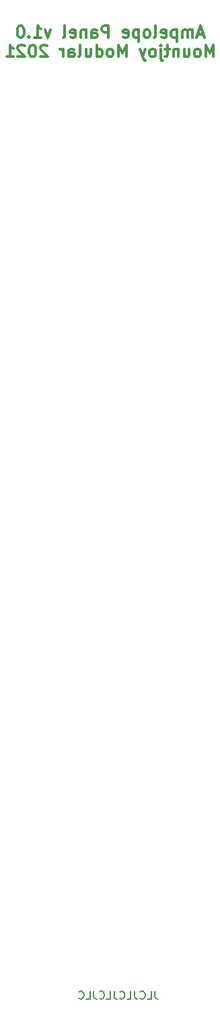
<source format=gbr>
%TF.GenerationSoftware,KiCad,Pcbnew,(5.99.0-12348-g4b436fb86d)*%
%TF.CreationDate,2021-09-22T22:38:01+01:00*%
%TF.ProjectId,Ampelope_Panel,416d7065-6c6f-4706-955f-50616e656c2e,rev?*%
%TF.SameCoordinates,Original*%
%TF.FileFunction,Legend,Bot*%
%TF.FilePolarity,Positive*%
%FSLAX46Y46*%
G04 Gerber Fmt 4.6, Leading zero omitted, Abs format (unit mm)*
G04 Created by KiCad (PCBNEW (5.99.0-12348-g4b436fb86d)) date 2021-09-22 22:38:01*
%MOMM*%
%LPD*%
G01*
G04 APERTURE LIST*
%ADD10C,0.300000*%
%ADD11C,0.150000*%
G04 APERTURE END LIST*
D10*
X141714285Y-45042500D02*
X141000000Y-45042500D01*
X141857142Y-45471071D02*
X141357142Y-43971071D01*
X140857142Y-45471071D01*
X140357142Y-45471071D02*
X140357142Y-44471071D01*
X140357142Y-44613928D02*
X140285714Y-44542500D01*
X140142857Y-44471071D01*
X139928571Y-44471071D01*
X139785714Y-44542500D01*
X139714285Y-44685357D01*
X139714285Y-45471071D01*
X139714285Y-44685357D02*
X139642857Y-44542500D01*
X139500000Y-44471071D01*
X139285714Y-44471071D01*
X139142857Y-44542500D01*
X139071428Y-44685357D01*
X139071428Y-45471071D01*
X138357142Y-44471071D02*
X138357142Y-45971071D01*
X138357142Y-44542500D02*
X138214285Y-44471071D01*
X137928571Y-44471071D01*
X137785714Y-44542500D01*
X137714285Y-44613928D01*
X137642857Y-44756785D01*
X137642857Y-45185357D01*
X137714285Y-45328214D01*
X137785714Y-45399642D01*
X137928571Y-45471071D01*
X138214285Y-45471071D01*
X138357142Y-45399642D01*
X136428571Y-45399642D02*
X136571428Y-45471071D01*
X136857142Y-45471071D01*
X137000000Y-45399642D01*
X137071428Y-45256785D01*
X137071428Y-44685357D01*
X137000000Y-44542500D01*
X136857142Y-44471071D01*
X136571428Y-44471071D01*
X136428571Y-44542500D01*
X136357142Y-44685357D01*
X136357142Y-44828214D01*
X137071428Y-44971071D01*
X135500000Y-45471071D02*
X135642857Y-45399642D01*
X135714285Y-45256785D01*
X135714285Y-43971071D01*
X134714285Y-45471071D02*
X134857142Y-45399642D01*
X134928571Y-45328214D01*
X135000000Y-45185357D01*
X135000000Y-44756785D01*
X134928571Y-44613928D01*
X134857142Y-44542500D01*
X134714285Y-44471071D01*
X134500000Y-44471071D01*
X134357142Y-44542500D01*
X134285714Y-44613928D01*
X134214285Y-44756785D01*
X134214285Y-45185357D01*
X134285714Y-45328214D01*
X134357142Y-45399642D01*
X134500000Y-45471071D01*
X134714285Y-45471071D01*
X133571428Y-44471071D02*
X133571428Y-45971071D01*
X133571428Y-44542500D02*
X133428571Y-44471071D01*
X133142857Y-44471071D01*
X133000000Y-44542500D01*
X132928571Y-44613928D01*
X132857142Y-44756785D01*
X132857142Y-45185357D01*
X132928571Y-45328214D01*
X133000000Y-45399642D01*
X133142857Y-45471071D01*
X133428571Y-45471071D01*
X133571428Y-45399642D01*
X131642857Y-45399642D02*
X131785714Y-45471071D01*
X132071428Y-45471071D01*
X132214285Y-45399642D01*
X132285714Y-45256785D01*
X132285714Y-44685357D01*
X132214285Y-44542500D01*
X132071428Y-44471071D01*
X131785714Y-44471071D01*
X131642857Y-44542500D01*
X131571428Y-44685357D01*
X131571428Y-44828214D01*
X132285714Y-44971071D01*
X129785714Y-45471071D02*
X129785714Y-43971071D01*
X129214285Y-43971071D01*
X129071428Y-44042500D01*
X129000000Y-44113928D01*
X128928571Y-44256785D01*
X128928571Y-44471071D01*
X129000000Y-44613928D01*
X129071428Y-44685357D01*
X129214285Y-44756785D01*
X129785714Y-44756785D01*
X127642857Y-45471071D02*
X127642857Y-44685357D01*
X127714285Y-44542500D01*
X127857142Y-44471071D01*
X128142857Y-44471071D01*
X128285714Y-44542500D01*
X127642857Y-45399642D02*
X127785714Y-45471071D01*
X128142857Y-45471071D01*
X128285714Y-45399642D01*
X128357142Y-45256785D01*
X128357142Y-45113928D01*
X128285714Y-44971071D01*
X128142857Y-44899642D01*
X127785714Y-44899642D01*
X127642857Y-44828214D01*
X126928571Y-44471071D02*
X126928571Y-45471071D01*
X126928571Y-44613928D02*
X126857142Y-44542500D01*
X126714285Y-44471071D01*
X126500000Y-44471071D01*
X126357142Y-44542500D01*
X126285714Y-44685357D01*
X126285714Y-45471071D01*
X125000000Y-45399642D02*
X125142857Y-45471071D01*
X125428571Y-45471071D01*
X125571428Y-45399642D01*
X125642857Y-45256785D01*
X125642857Y-44685357D01*
X125571428Y-44542500D01*
X125428571Y-44471071D01*
X125142857Y-44471071D01*
X125000000Y-44542500D01*
X124928571Y-44685357D01*
X124928571Y-44828214D01*
X125642857Y-44971071D01*
X124071428Y-45471071D02*
X124214285Y-45399642D01*
X124285714Y-45256785D01*
X124285714Y-43971071D01*
X122500000Y-44471071D02*
X122142857Y-45471071D01*
X121785714Y-44471071D01*
X120428571Y-45471071D02*
X121285714Y-45471071D01*
X120857142Y-45471071D02*
X120857142Y-43971071D01*
X121000000Y-44185357D01*
X121142857Y-44328214D01*
X121285714Y-44399642D01*
X119785714Y-45328214D02*
X119714285Y-45399642D01*
X119785714Y-45471071D01*
X119857142Y-45399642D01*
X119785714Y-45328214D01*
X119785714Y-45471071D01*
X118785714Y-43971071D02*
X118642857Y-43971071D01*
X118500000Y-44042500D01*
X118428571Y-44113928D01*
X118357142Y-44256785D01*
X118285714Y-44542500D01*
X118285714Y-44899642D01*
X118357142Y-45185357D01*
X118428571Y-45328214D01*
X118500000Y-45399642D01*
X118642857Y-45471071D01*
X118785714Y-45471071D01*
X118928571Y-45399642D01*
X119000000Y-45328214D01*
X119071428Y-45185357D01*
X119142857Y-44899642D01*
X119142857Y-44542500D01*
X119071428Y-44256785D01*
X119000000Y-44113928D01*
X118928571Y-44042500D01*
X118785714Y-43971071D01*
X143000000Y-47886071D02*
X143000000Y-46386071D01*
X142500000Y-47457500D01*
X142000000Y-46386071D01*
X142000000Y-47886071D01*
X141071428Y-47886071D02*
X141214285Y-47814642D01*
X141285714Y-47743214D01*
X141357142Y-47600357D01*
X141357142Y-47171785D01*
X141285714Y-47028928D01*
X141214285Y-46957500D01*
X141071428Y-46886071D01*
X140857142Y-46886071D01*
X140714285Y-46957500D01*
X140642857Y-47028928D01*
X140571428Y-47171785D01*
X140571428Y-47600357D01*
X140642857Y-47743214D01*
X140714285Y-47814642D01*
X140857142Y-47886071D01*
X141071428Y-47886071D01*
X139285714Y-46886071D02*
X139285714Y-47886071D01*
X139928571Y-46886071D02*
X139928571Y-47671785D01*
X139857142Y-47814642D01*
X139714285Y-47886071D01*
X139500000Y-47886071D01*
X139357142Y-47814642D01*
X139285714Y-47743214D01*
X138571428Y-46886071D02*
X138571428Y-47886071D01*
X138571428Y-47028928D02*
X138500000Y-46957500D01*
X138357142Y-46886071D01*
X138142857Y-46886071D01*
X138000000Y-46957500D01*
X137928571Y-47100357D01*
X137928571Y-47886071D01*
X137428571Y-46886071D02*
X136857142Y-46886071D01*
X137214285Y-46386071D02*
X137214285Y-47671785D01*
X137142857Y-47814642D01*
X137000000Y-47886071D01*
X136857142Y-47886071D01*
X136357142Y-46886071D02*
X136357142Y-48171785D01*
X136428571Y-48314642D01*
X136571428Y-48386071D01*
X136642857Y-48386071D01*
X136357142Y-46386071D02*
X136428571Y-46457500D01*
X136357142Y-46528928D01*
X136285714Y-46457500D01*
X136357142Y-46386071D01*
X136357142Y-46528928D01*
X135428571Y-47886071D02*
X135571428Y-47814642D01*
X135642857Y-47743214D01*
X135714285Y-47600357D01*
X135714285Y-47171785D01*
X135642857Y-47028928D01*
X135571428Y-46957500D01*
X135428571Y-46886071D01*
X135214285Y-46886071D01*
X135071428Y-46957500D01*
X135000000Y-47028928D01*
X134928571Y-47171785D01*
X134928571Y-47600357D01*
X135000000Y-47743214D01*
X135071428Y-47814642D01*
X135214285Y-47886071D01*
X135428571Y-47886071D01*
X134428571Y-46886071D02*
X134071428Y-47886071D01*
X133714285Y-46886071D02*
X134071428Y-47886071D01*
X134214285Y-48243214D01*
X134285714Y-48314642D01*
X134428571Y-48386071D01*
X132000000Y-47886071D02*
X132000000Y-46386071D01*
X131500000Y-47457500D01*
X131000000Y-46386071D01*
X131000000Y-47886071D01*
X130071428Y-47886071D02*
X130214285Y-47814642D01*
X130285714Y-47743214D01*
X130357142Y-47600357D01*
X130357142Y-47171785D01*
X130285714Y-47028928D01*
X130214285Y-46957500D01*
X130071428Y-46886071D01*
X129857142Y-46886071D01*
X129714285Y-46957500D01*
X129642857Y-47028928D01*
X129571428Y-47171785D01*
X129571428Y-47600357D01*
X129642857Y-47743214D01*
X129714285Y-47814642D01*
X129857142Y-47886071D01*
X130071428Y-47886071D01*
X128285714Y-47886071D02*
X128285714Y-46386071D01*
X128285714Y-47814642D02*
X128428571Y-47886071D01*
X128714285Y-47886071D01*
X128857142Y-47814642D01*
X128928571Y-47743214D01*
X129000000Y-47600357D01*
X129000000Y-47171785D01*
X128928571Y-47028928D01*
X128857142Y-46957500D01*
X128714285Y-46886071D01*
X128428571Y-46886071D01*
X128285714Y-46957500D01*
X126928571Y-46886071D02*
X126928571Y-47886071D01*
X127571428Y-46886071D02*
X127571428Y-47671785D01*
X127500000Y-47814642D01*
X127357142Y-47886071D01*
X127142857Y-47886071D01*
X127000000Y-47814642D01*
X126928571Y-47743214D01*
X126000000Y-47886071D02*
X126142857Y-47814642D01*
X126214285Y-47671785D01*
X126214285Y-46386071D01*
X124785714Y-47886071D02*
X124785714Y-47100357D01*
X124857142Y-46957500D01*
X125000000Y-46886071D01*
X125285714Y-46886071D01*
X125428571Y-46957500D01*
X124785714Y-47814642D02*
X124928571Y-47886071D01*
X125285714Y-47886071D01*
X125428571Y-47814642D01*
X125500000Y-47671785D01*
X125500000Y-47528928D01*
X125428571Y-47386071D01*
X125285714Y-47314642D01*
X124928571Y-47314642D01*
X124785714Y-47243214D01*
X124071428Y-47886071D02*
X124071428Y-46886071D01*
X124071428Y-47171785D02*
X124000000Y-47028928D01*
X123928571Y-46957500D01*
X123785714Y-46886071D01*
X123642857Y-46886071D01*
X122071428Y-46528928D02*
X122000000Y-46457500D01*
X121857142Y-46386071D01*
X121500000Y-46386071D01*
X121357142Y-46457500D01*
X121285714Y-46528928D01*
X121214285Y-46671785D01*
X121214285Y-46814642D01*
X121285714Y-47028928D01*
X122142857Y-47886071D01*
X121214285Y-47886071D01*
X120285714Y-46386071D02*
X120142857Y-46386071D01*
X120000000Y-46457500D01*
X119928571Y-46528928D01*
X119857142Y-46671785D01*
X119785714Y-46957500D01*
X119785714Y-47314642D01*
X119857142Y-47600357D01*
X119928571Y-47743214D01*
X120000000Y-47814642D01*
X120142857Y-47886071D01*
X120285714Y-47886071D01*
X120428571Y-47814642D01*
X120500000Y-47743214D01*
X120571428Y-47600357D01*
X120642857Y-47314642D01*
X120642857Y-46957500D01*
X120571428Y-46671785D01*
X120500000Y-46528928D01*
X120428571Y-46457500D01*
X120285714Y-46386071D01*
X119214285Y-46528928D02*
X119142857Y-46457500D01*
X119000000Y-46386071D01*
X118642857Y-46386071D01*
X118500000Y-46457500D01*
X118428571Y-46528928D01*
X118357142Y-46671785D01*
X118357142Y-46814642D01*
X118428571Y-47028928D01*
X119285714Y-47886071D01*
X118357142Y-47886071D01*
X116928571Y-47886071D02*
X117785714Y-47886071D01*
X117357142Y-47886071D02*
X117357142Y-46386071D01*
X117500000Y-46600357D01*
X117642857Y-46743214D01*
X117785714Y-46814642D01*
D11*
X135619047Y-165452380D02*
X135619047Y-166166666D01*
X135666666Y-166309523D01*
X135761904Y-166404761D01*
X135904761Y-166452380D01*
X136000000Y-166452380D01*
X134666666Y-166452380D02*
X135142857Y-166452380D01*
X135142857Y-165452380D01*
X133761904Y-166357142D02*
X133809523Y-166404761D01*
X133952380Y-166452380D01*
X134047619Y-166452380D01*
X134190476Y-166404761D01*
X134285714Y-166309523D01*
X134333333Y-166214285D01*
X134380952Y-166023809D01*
X134380952Y-165880952D01*
X134333333Y-165690476D01*
X134285714Y-165595238D01*
X134190476Y-165500000D01*
X134047619Y-165452380D01*
X133952380Y-165452380D01*
X133809523Y-165500000D01*
X133761904Y-165547619D01*
X133047619Y-165452380D02*
X133047619Y-166166666D01*
X133095238Y-166309523D01*
X133190476Y-166404761D01*
X133333333Y-166452380D01*
X133428571Y-166452380D01*
X132095238Y-166452380D02*
X132571428Y-166452380D01*
X132571428Y-165452380D01*
X131190476Y-166357142D02*
X131238095Y-166404761D01*
X131380952Y-166452380D01*
X131476190Y-166452380D01*
X131619047Y-166404761D01*
X131714285Y-166309523D01*
X131761904Y-166214285D01*
X131809523Y-166023809D01*
X131809523Y-165880952D01*
X131761904Y-165690476D01*
X131714285Y-165595238D01*
X131619047Y-165500000D01*
X131476190Y-165452380D01*
X131380952Y-165452380D01*
X131238095Y-165500000D01*
X131190476Y-165547619D01*
X130476190Y-165452380D02*
X130476190Y-166166666D01*
X130523809Y-166309523D01*
X130619047Y-166404761D01*
X130761904Y-166452380D01*
X130857142Y-166452380D01*
X129523809Y-166452380D02*
X130000000Y-166452380D01*
X130000000Y-165452380D01*
X128619047Y-166357142D02*
X128666666Y-166404761D01*
X128809523Y-166452380D01*
X128904761Y-166452380D01*
X129047619Y-166404761D01*
X129142857Y-166309523D01*
X129190476Y-166214285D01*
X129238095Y-166023809D01*
X129238095Y-165880952D01*
X129190476Y-165690476D01*
X129142857Y-165595238D01*
X129047619Y-165500000D01*
X128904761Y-165452380D01*
X128809523Y-165452380D01*
X128666666Y-165500000D01*
X128619047Y-165547619D01*
X127904761Y-165452380D02*
X127904761Y-166166666D01*
X127952380Y-166309523D01*
X128047619Y-166404761D01*
X128190476Y-166452380D01*
X128285714Y-166452380D01*
X126952380Y-166452380D02*
X127428571Y-166452380D01*
X127428571Y-165452380D01*
X126047619Y-166357142D02*
X126095238Y-166404761D01*
X126238095Y-166452380D01*
X126333333Y-166452380D01*
X126476190Y-166404761D01*
X126571428Y-166309523D01*
X126619047Y-166214285D01*
X126666666Y-166023809D01*
X126666666Y-165880952D01*
X126619047Y-165690476D01*
X126571428Y-165595238D01*
X126476190Y-165500000D01*
X126333333Y-165452380D01*
X126238095Y-165452380D01*
X126095238Y-165500000D01*
X126047619Y-165547619D01*
M02*

</source>
